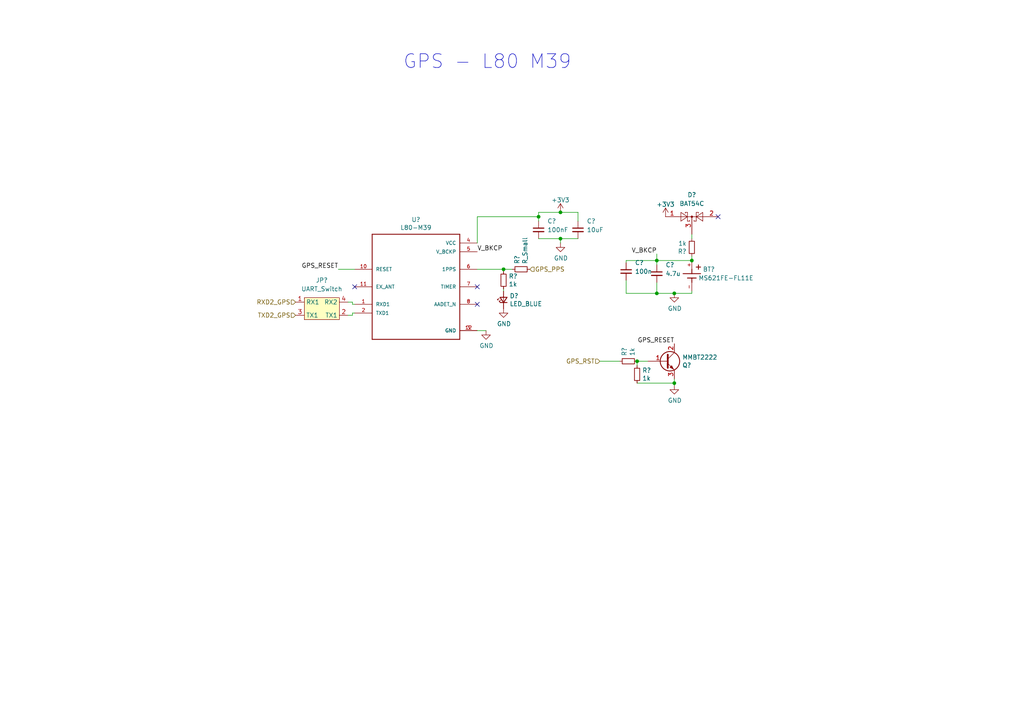
<source format=kicad_sch>
(kicad_sch (version 20211123) (generator eeschema)
  (paper "A4")
  (lib_symbols
    (symbol "Device:C_Small" (pin_numbers hide) (pin_names (offset 0.254) hide)
      (property "Reference" "C" (at 0.254 1.778 0))
      (property "Value" "C_Small" (at 0.254 -2.032 0))
      (symbol "C_Small_0_1"
        (polyline (pts (xy -1.524 -0.508) (xy 1.524 -0.508)) (stroke (width 0.3302)))
        (polyline (pts (xy -1.524 0.508) (xy 1.524 0.508)) (stroke (width 0.3048)))
      )
      (symbol "C_Small_1_1"
        (pin passive line (at 0 2.54 270) (length 2.032) (name "~") (number "1"))
        (pin passive line (at 0 -2.54 90) (length 2.032) (name "~") (number "2"))
      )
    )
    (symbol "Device:LED_Small" (pin_numbers hide) (pin_names (offset 0.254) hide)
      (property "Reference" "D" (at -1.27 3.175 0))
      (property "Value" "LED_Small" (at -4.445 -2.54 0))
      (symbol "LED_Small_0_1"
        (polyline (pts (xy -0.762 -1.016) (xy -0.762 1.016)) (stroke (width 0.254)))
        (polyline (pts (xy 1.016 0) (xy -0.762 0)))
        (polyline (pts (xy 0.762 -1.016) (xy -0.762 0) (xy 0.762 1.016) (xy 0.762 -1.016)) (stroke (width 0.254)))
        (polyline (pts (xy 0 0.762) (xy -0.508 1.27) (xy -0.254 1.27) (xy -0.508 1.27) (xy -0.508 1.016)))
        (polyline (pts (xy 0.508 1.27) (xy 0 1.778) (xy 0.254 1.778) (xy 0 1.778) (xy 0 1.524)))
      )
      (symbol "LED_Small_1_1"
        (pin passive line (at -2.54 0 0) (length 1.778) (name "K") (number "1"))
        (pin passive line (at 2.54 0 180) (length 1.778) (name "A") (number "2"))
      )
    )
    (symbol "Device:Q_NPN_BCE" (pin_names (offset 0) hide)
      (property "Reference" "Q" (at 5.08 1.27 0))
      (property "Value" "Q_NPN_BCE" (at 5.08 -1.27 0))
      (symbol "Q_NPN_BCE_0_1"
        (polyline (pts (xy 0.635 0.635) (xy 2.54 2.54)))
        (polyline (pts (xy 0.635 -0.635) (xy 2.54 -2.54) (xy 2.54 -2.54)))
        (polyline (pts (xy 0.635 1.905) (xy 0.635 -1.905) (xy 0.635 -1.905)) (stroke (width 0.508)))
        (polyline (pts (xy 1.27 -1.778) (xy 1.778 -1.27) (xy 2.286 -2.286) (xy 1.27 -1.778) (xy 1.27 -1.778)) (fill (type outline)))
        (circle (center 1.27 0) (radius 2.8194) (stroke (width 0.254)))
      )
      (symbol "Q_NPN_BCE_1_1"
        (pin input line (at -5.08 0 0) (length 5.715) (name "B") (number "1"))
        (pin passive line (at 2.54 5.08 270) (length 2.54) (name "C") (number "2"))
        (pin passive line (at 2.54 -5.08 90) (length 2.54) (name "E") (number "3"))
      )
    )
    (symbol "Device:R_Small" (pin_numbers hide) (pin_names (offset 0.254) hide)
      (property "Reference" "R" (at 0.762 0.508 0))
      (property "Value" "R_Small" (at 0.762 -1.016 0))
      (symbol "R_Small_0_1"
        (rectangle (start -0.762 1.778) (end 0.762 -1.778) (stroke (width 0.2032)))
      )
      (symbol "R_Small_1_1"
        (pin passive line (at 0 2.54 270) (length 0.762) (name "~") (number "1"))
        (pin passive line (at 0 -2.54 90) (length 0.762) (name "~") (number "2"))
      )
    )
    (symbol "Diode:BAT54C" (pin_names (offset 1.016))
      (property "Reference" "D" (at 0.635 -3.81 0))
      (property "Value" "BAT54C" (at -6.35 3.175 0))
      (symbol "BAT54C_0_1"
        (polyline (pts (xy -1.905 0) (xy 1.905 0)))
        (polyline (pts (xy -1.905 1.27) (xy -1.905 1.016)))
        (polyline (pts (xy -1.27 -1.27) (xy -0.635 -1.27)))
        (polyline (pts (xy -1.27 0) (xy -3.81 0)))
        (polyline (pts (xy -1.27 1.27) (xy -1.905 1.27)))
        (polyline (pts (xy -1.27 1.27) (xy -1.27 -1.27)))
        (polyline (pts (xy -0.635 -1.27) (xy -0.635 -1.016)))
        (polyline (pts (xy 0.635 -1.27) (xy 0.635 -1.016)))
        (polyline (pts (xy 1.27 -1.27) (xy 0.635 -1.27)))
        (polyline (pts (xy 1.27 1.27) (xy 1.27 -1.27)))
        (polyline (pts (xy 1.27 1.27) (xy 1.905 1.27)))
        (polyline (pts (xy 1.905 1.27) (xy 1.905 1.016)))
        (polyline (pts (xy 3.81 0) (xy 1.27 0)))
        (polyline (pts (xy -3.175 -1.27) (xy -3.175 1.27) (xy -1.27 0) (xy -3.175 -1.27)))
        (polyline (pts (xy 3.175 -1.27) (xy 3.175 1.27) (xy 1.27 0) (xy 3.175 -1.27)))
        (circle (center 0 0) (radius 0.254) (fill (type outline)))
      )
      (symbol "BAT54C_1_1"
        (pin passive line (at -7.62 0 0) (length 3.81) (name "~") (number "1"))
        (pin passive line (at 7.62 0 180) (length 3.81) (name "~") (number "2"))
        (pin passive line (at 0 -5.08 90) (length 5.08) (name "~") (number "3"))
      )
    )
    (symbol "L2_board-rescue:L80-M39-L80-M39" (pin_names (offset 1.016))
      (property "Reference" "U" (at -12.7 16.002 0))
      (property "Value" "L2_board-rescue_L80-M39-L80-M39" (at -12.7 -17.78 0))
      (symbol "L80-M39-L80-M39_0_0"
        (polyline (pts (xy -12.7 -15.24) (xy -12.7 15.24)) (stroke (width 0.254)))
        (polyline (pts (xy -12.7 15.24) (xy 12.7 15.24)) (stroke (width 0.254)))
        (polyline (pts (xy 12.7 -15.24) (xy -12.7 -15.24)) (stroke (width 0.254)))
        (polyline (pts (xy 12.7 15.24) (xy 12.7 -15.24)) (stroke (width 0.254)))
        (pin input line (at -17.78 -5.08 0) (length 5.08) (name "RXD1") (number "1"))
        (pin input line (at -17.78 5.08 0) (length 5.08) (name "RESET") (number "10"))
        (pin input line (at -17.78 0 0) (length 5.08) (name "EX_ANT") (number "11"))
        (pin power_in line (at 17.78 -12.7 180) (length 5.08) (name "GND") (number "12"))
        (pin output line (at -17.78 -7.62 0) (length 5.08) (name "TXD1") (number "2"))
        (pin power_in line (at 17.78 -12.7 180) (length 5.08) (name "GND") (number "3"))
        (pin power_in line (at 17.78 12.7 180) (length 5.08) (name "VCC") (number "4"))
        (pin power_in line (at 17.78 10.16 180) (length 5.08) (name "V_BCKP") (number "5"))
        (pin output line (at 17.78 5.08 180) (length 5.08) (name "1PPS") (number "6"))
        (pin output line (at 17.78 0 180) (length 5.08) (name "TIMER") (number "7"))
        (pin bidirectional line (at 17.78 -5.08 180) (length 5.08) (name "AADET_N") (number "8"))
      )
    )
    (symbol "MS621FE-FL11E:MS621FE-FL11E" (pin_names (offset 1.016) hide)
      (property "Reference" "BT" (at -3.81 3.81 0))
      (property "Value" "MS621FE-FL11E" (at -3.81 -5.08 0))
      (symbol "MS621FE-FL11E_0_0"
        (polyline (pts (xy -3.175 1.905) (xy -1.905 1.905)) (stroke (width 0.254)))
        (polyline (pts (xy -2.54 2.54) (xy -2.54 1.27)) (stroke (width 0.254)))
        (polyline (pts (xy -0.635 0) (xy -1.905 0)) (stroke (width 0.254)))
        (polyline (pts (xy -0.635 0) (xy -0.635 -2.54)) (stroke (width 0.254)))
        (polyline (pts (xy -0.635 2.54) (xy -0.635 0)) (stroke (width 0.254)))
        (polyline (pts (xy 0.635 0) (xy 0.635 -1.27)) (stroke (width 0.254)))
        (polyline (pts (xy 0.635 0) (xy 1.905 0)) (stroke (width 0.254)))
        (polyline (pts (xy 0.635 1.27) (xy 0.635 0)) (stroke (width 0.254)))
        (pin passive line (at -4.445 0 0) (length 2.54) (name "r~") (number "+"))
        (pin passive line (at 4.445 0 180) (length 2.54) (name "~") (number "-"))
      )
    )
    (symbol "UART_Switch:UART_Switch"
      (property "Reference" "JP" (at 0 5.08 0))
      (property "Value" "UART_Switch" (at 0 7.62 0))
      (symbol "UART_Switch_0_1"
        (rectangle (start -5.08 3.81) (end 5.08 -2.54) (fill (type background)))
      )
      (symbol "UART_Switch_1_1"
        (pin bidirectional line (at -7.62 2.54 0) (length 2.54) (name "RX1") (number "1"))
        (pin bidirectional line (at 7.62 -1.27 180) (length 2.54) (name "TX1") (number "2"))
        (pin bidirectional line (at -7.62 -1.27 0) (length 2.54) (name "TX1") (number "3"))
        (pin bidirectional line (at 7.62 2.54 180) (length 2.54) (name "RX2") (number "4"))
      )
    )
    (symbol "power:+3.3V" (power) (pin_names (offset 0))
      (property "Value" "+3.3V" (at 0 3.556 0))
      (symbol "+3.3V_0_1"
        (polyline (pts (xy -0.762 1.27) (xy 0 2.54)))
        (polyline (pts (xy 0 0) (xy 0 2.54)))
        (polyline (pts (xy 0 2.54) (xy 0.762 1.27)))
      )
      (symbol "+3.3V_1_1"
        (pin power_in line (at 0 0 90) (length 0) hide (name "+3V3") (number "1"))
      )
    )
    (symbol "power:GND" (power) (pin_names (offset 0))
      (property "Value" "GND" (at 0 -3.81 0))
      (symbol "GND_0_1"
        (polyline (pts (xy 0 0) (xy 0 -1.27) (xy 1.27 -1.27) (xy 0 -2.54) (xy -1.27 -1.27) (xy 0 -1.27)))
      )
      (symbol "GND_1_1"
        (pin power_in line (at 0 0 270) (length 0) hide (name "GND") (number "1"))
      )
    )
  )
  (junction (at 195.58 85.09))
  (junction (at 190.5 75.565))
  (junction (at 162.56 61.595))
  (junction (at 184.785 104.775))
  (junction (at 146.05 78.105))
  (junction (at 156.21 62.865))
  (junction (at 190.5 85.09))
  (junction (at 200.66 75.565))
  (junction (at 195.58 111.125))
  (junction (at 162.56 69.215))
  (no_connect (at 138.43 88.265))
  (no_connect (at 138.43 83.185))
  (no_connect (at 102.87 83.185))
  (no_connect (at 208.28 62.865))
  (wire (pts (xy 138.43 78.105) (xy 146.05 78.105)))
  (wire (pts (xy 162.56 69.215) (xy 162.56 70.485)))
  (wire (pts (xy 184.785 104.775) (xy 187.96 104.775)))
  (wire (pts (xy 156.21 69.215) (xy 162.56 69.215)))
  (wire (pts (xy 162.56 69.215) (xy 167.64 69.215)))
  (wire (pts (xy 200.66 74.295) (xy 200.66 75.565)))
  (wire (pts (xy 138.43 95.885) (xy 140.97 95.885)))
  (wire (pts (xy 184.785 104.775) (xy 184.785 106.045)))
  (wire (pts (xy 190.5 75.565) (xy 200.66 75.565)))
  (wire (pts (xy 181.61 76.2) (xy 181.61 75.565)))
  (wire (pts (xy 167.64 61.595) (xy 167.64 64.135)))
  (wire (pts (xy 102.235 88.265) (xy 102.87 88.265)))
  (wire (pts (xy 200.66 84.455) (xy 200.66 85.09)))
  (wire (pts (xy 100.965 87.63) (xy 102.235 87.63)))
  (wire (pts (xy 100.965 91.44) (xy 102.235 91.44)))
  (wire (pts (xy 146.05 78.105) (xy 148.59 78.105)))
  (wire (pts (xy 98.1202 78.105) (xy 102.87 78.105)))
  (wire (pts (xy 181.61 81.28) (xy 181.61 85.09)))
  (wire (pts (xy 200.66 67.945) (xy 200.66 69.215)))
  (wire (pts (xy 102.235 90.805) (xy 102.87 90.805)))
  (wire (pts (xy 138.43 70.485) (xy 138.43 62.865)))
  (wire (pts (xy 156.21 62.865) (xy 156.21 64.135)))
  (wire (pts (xy 146.05 78.105) (xy 146.05 78.74)))
  (wire (pts (xy 195.58 109.855) (xy 195.58 111.125)))
  (wire (pts (xy 195.58 111.125) (xy 195.58 111.76)))
  (wire (pts (xy 200.66 85.09) (xy 195.58 85.09)))
  (wire (pts (xy 102.235 91.44) (xy 102.235 90.805)))
  (wire (pts (xy 190.5 81.915) (xy 190.5 85.09)))
  (wire (pts (xy 138.43 62.865) (xy 156.21 62.865)))
  (wire (pts (xy 190.5 75.565) (xy 190.5 76.835)))
  (wire (pts (xy 181.61 75.565) (xy 190.5 75.565)))
  (wire (pts (xy 184.785 111.125) (xy 195.58 111.125)))
  (wire (pts (xy 102.235 87.63) (xy 102.235 88.265)))
  (wire (pts (xy 181.61 85.09) (xy 190.5 85.09)))
  (wire (pts (xy 156.21 61.595) (xy 162.56 61.595)))
  (wire (pts (xy 162.56 61.595) (xy 167.64 61.595)))
  (wire (pts (xy 190.5 85.09) (xy 195.58 85.09)))
  (wire (pts (xy 146.05 83.82) (xy 146.05 84.455)))
  (wire (pts (xy 156.21 61.595) (xy 156.21 62.865)))
  (wire (pts (xy 190.5 73.66) (xy 190.5 75.565)))
  (wire (pts (xy 173.99 104.775) (xy 179.705 104.775)))
  (text "GPS - L80 M39  " (at 116.84 20.32 0) (effects (font (size 3.9878 3.9878)) (justify left bottom)))
  (label "GPS_RESET" (at 98.1202 78.105 180))
  (label "V_BKCP" (at 190.5 73.66 180))
  (label "V_BKCP" (at 138.43 73.025 0))
  (label "GPS_RESET" (at 195.58 99.695 180))
  (hierarchical_label "RXD2_GPS" (shape input) (at 85.725 87.63 180))
  (hierarchical_label "GPS_RST" (shape input) (at 173.99 104.775 180))
  (hierarchical_label "GPS_PPS" (shape input) (at 153.67 78.105 0))
  (hierarchical_label "TXD2_GPS" (shape input) (at 85.725 91.44 180))
  (symbol (lib_id "power:+3.3V") (at 193.04 62.865 0) (unit 1)
    (property "Reference" "#PWR?" (effects hide))
    (property "Value" "+3.3V" (at 193.04 59.2892 0))
  )
  (symbol (lib_id "Diode:BAT54C") (at 200.66 62.865 0)
    (property "Reference" "D?" (at 200.66 56.515 0))
    (property "Value" "BAT54C" (at 200.66 59.055 0))
    (property "Footprint" "Package_TO_SOT_SMD:SOT-23" (effects hide))
    (property "Datasheet" "http://www.diodes.com/_files/datasheets/ds11005.pdf" (effects hide))
  )
  (symbol (lib_id "Device:R_Small") (at 184.785 108.585 0)
    (property "Reference" "R?" (at 186.2836 107.4166 0) (effects (justify left)))
    (property "Value" "1k" (at 186.2836 109.728 0) (effects (justify left)))
    (property "Footprint" "Resistor_SMD:R_0603_1608Metric" (effects hide))
  )
  (symbol (lib_id "Device:LED_Small") (at 146.05 86.995 90)
    (property "Reference" "D?" (at 147.828 85.8266 90) (effects (justify right)))
    (property "Value" "LED_BLUE" (at 147.828 88.138 90) (effects (justify right)))
    (property "Footprint" "LED_SMD:LED_0603_1608Metric" (effects hide))
  )
  (symbol (lib_id "Device:C_Small") (at 167.64 66.675 0)
    (property "Reference" "C?" (at 170.18 64.135 0) (effects (justify left)))
    (property "Value" "10uF" (at 170.18 66.675 0) (effects (justify left)))
    (property "Footprint" "Capacitor_SMD:C_0603_1608Metric" (effects hide))
  )
  (symbol (lib_id "power:GND") (at 162.56 70.485 0)
    (property "Reference" "#PWR?" (effects hide))
    (property "Value" "GND" (at 162.687 74.8792 0))
  )
  (symbol (lib_id "Device:R_Small") (at 200.66 71.755 180)
    (property "Reference" "R?" (at 199.1614 72.9234 0) (effects (justify left)))
    (property "Value" "1k" (at 199.1614 70.612 0) (effects (justify left)))
    (property "Footprint" "Resistor_SMD:R_0603_1608Metric" (effects hide))
  )
  (symbol (lib_id "power:+3.3V") (at 162.56 61.595 0) (unit 1)
    (property "Reference" "#PWR?" (effects hide))
    (property "Value" "+3.3V" (at 162.56 58.0192 0))
  )
  (symbol (lib_id "power:GND") (at 140.97 95.885 0)
    (property "Reference" "#PWR?" (effects hide))
    (property "Value" "GND" (at 141.097 100.2792 0))
  )
  (symbol (lib_id "power:GND") (at 146.05 89.535 0)
    (property "Reference" "#PWR?" (effects hide))
    (property "Value" "GND" (at 146.177 93.9292 0))
  )
  (symbol (lib_id "Device:R_Small") (at 182.245 104.775 90)
    (property "Reference" "R?" (at 181.0766 103.2764 0) (effects (justify left)))
    (property "Value" "1k" (at 183.388 103.2764 0) (effects (justify left)))
    (property "Footprint" "Resistor_SMD:R_0603_1608Metric" (effects hide))
  )
  (symbol (lib_id "UART_Switch:UART_Switch") (at 93.345 90.17 0)
    (property "Reference" "JP?" (at 93.345 81.28 0))
    (property "Value" "UART_Switch" (at 93.345 83.82 0))
  )
  (symbol (lib_id "Device:R_Small") (at 146.05 81.28 0)
    (property "Reference" "R?" (at 147.5486 80.1116 0) (effects (justify left)))
    (property "Value" "1k" (at 147.5486 82.423 0) (effects (justify left)))
    (property "Footprint" "Resistor_SMD:R_0603_1608Metric" (effects hide))
  )
  (symbol (lib_id "Device:C_Small") (at 190.5 79.375 0)
    (property "Reference" "C?" (at 193.04 76.835 0) (effects (justify left)))
    (property "Value" "4.7u" (at 193.04 79.375 0) (effects (justify left)))
    (property "Footprint" "Capacitor_SMD:C_0603_1608Metric" (effects hide))
  )
  (symbol (lib_id "Device:C_Small") (at 156.21 66.675 0)
    (property "Reference" "C?" (at 158.75 64.135 0) (effects (justify left)))
    (property "Value" "100nF" (at 158.75 66.675 0) (effects (justify left)))
    (property "Footprint" "Capacitor_SMD:C_0603_1608Metric" (effects hide))
  )
  (symbol (lib_id "Device:Q_NPN_BCE") (at 193.04 104.775 0)
    (property "Reference" "Q?" (at 197.8914 105.9434 0) (effects (justify left)))
    (property "Value" "MMBT2222" (at 197.8914 103.632 0) (effects (justify left)))
    (property "Footprint" "Package_TO_SOT_SMD:SOT-23" (effects hide))
  )
  (symbol (lib_id "MS621FE-FL11E:MS621FE-FL11E") (at 200.66 80.01 270)
    (property "Reference" "BT?" (at 203.835 78.105 90) (effects (justify left)))
    (property "Value" "MS621FE-FL11E" (at 202.565 80.645 90) (effects (justify left)))
    (property "Footprint" "BAT_MS621FE-FL11E" (effects hide))
    (property "Datasheet" "http://www.sii.co.jp/en/me/datasheets/ms-rechargeable/ms621fe/" (effects hide))
    (property "Link" "https://www.ebay.com.au/itm/263174584953" (effects hide))
  )
  (symbol (lib_id "power:GND") (at 195.58 85.09 0)
    (property "Reference" "#PWR?" (effects hide))
    (property "Value" "GND" (at 195.707 89.4842 0))
  )
  (symbol (lib_id "Device:C_Small") (at 181.61 78.74 0)
    (property "Reference" "C?" (at 184.15 76.2 0) (effects (justify left)))
    (property "Value" "100n" (at 184.15 78.74 0) (effects (justify left)))
    (property "Footprint" "Capacitor_SMD:C_0603_1608Metric" (effects hide))
  )
  (symbol (lib_id "L2_board-rescue:L80-M39-L80-M39") (at 120.65 83.185 0)
    (property "Reference" "U?" (at 120.65 63.7032 0))
    (property "Value" "L80-M39" (at 120.65 66.0146 0))
    (property "Footprint" "Local_footprints:L80-M39" (effects hide))
    (property "Datasheet" "https://datasheet.lcsc.com/lcsc/1811101933_Quectel-L80-M39_C133488.pdf" (effects hide))
    (property "LCSC#" "C133488" (effects hide))
  )
  (symbol (lib_id "Device:R_Small") (at 151.13 78.105 90)
    (property "Reference" "R?" (at 149.9616 76.6064 0) (effects (justify left)))
    (property "Value" "R_Small" (at 152.273 76.6064 0) (effects (justify left)))
    (property "Footprint" "Resistor_SMD:R_0603_1608Metric" (effects hide))
  )
  (symbol (lib_id "power:GND") (at 195.58 111.76 0)
    (property "Reference" "#PWR?" (effects hide))
    (property "Value" "GND" (at 195.707 116.1542 0))
  )
)
</source>
